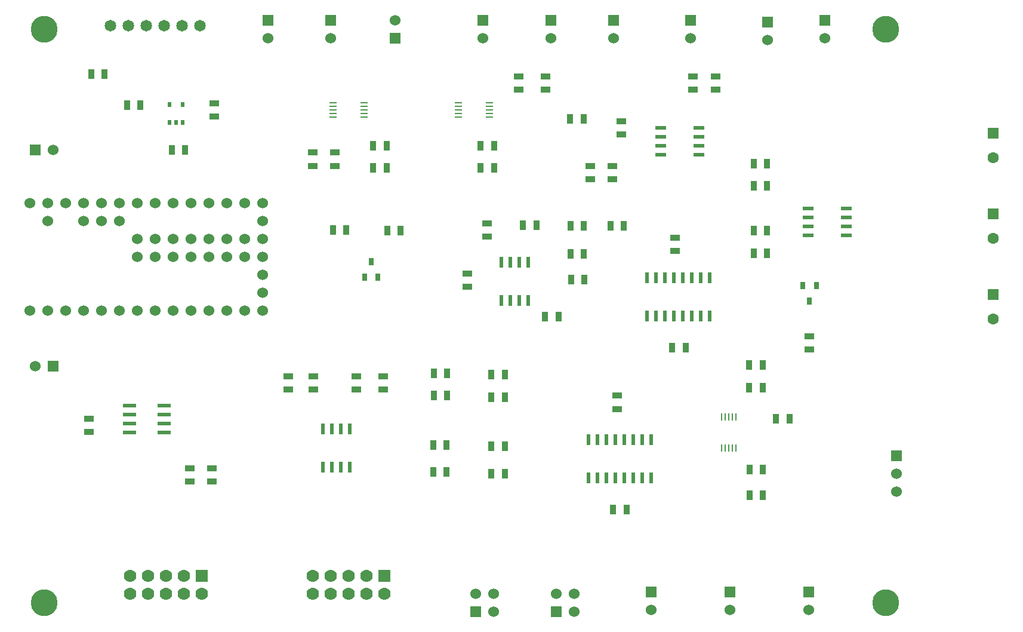
<source format=gts>
G04 (created by PCBNEW (2013-jul-07)-stable) date Mon 21 Nov 2016 11:23:47 AM PST*
%MOIN*%
G04 Gerber Fmt 3.4, Leading zero omitted, Abs format*
%FSLAX34Y34*%
G01*
G70*
G90*
G04 APERTURE LIST*
%ADD10C,0.00590551*%
%ADD11C,0.06*%
%ADD12R,0.02X0.03*%
%ADD13R,0.0315X0.0394*%
%ADD14R,0.055X0.035*%
%ADD15R,0.035X0.055*%
%ADD16R,0.06X0.06*%
%ADD17R,0.0394X0.0106*%
%ADD18C,0.065*%
%ADD19R,0.0779528X0.0208661*%
%ADD20R,0.063X0.063*%
%ADD21C,0.063*%
%ADD22R,0.023622X0.0610236*%
%ADD23R,0.0610236X0.023622*%
%ADD24R,0.07X0.07*%
%ADD25C,0.07*%
%ADD26R,0.0106X0.0394*%
%ADD27C,0.15*%
G04 APERTURE END LIST*
G54D10*
G54D11*
X20700Y-37200D03*
X21700Y-37200D03*
X22700Y-37200D03*
X23700Y-37200D03*
X24700Y-37200D03*
X25700Y-37200D03*
X26700Y-37200D03*
X27700Y-37200D03*
X28700Y-37200D03*
X29700Y-37200D03*
X30700Y-37200D03*
X31700Y-37200D03*
X32700Y-37200D03*
X33700Y-37200D03*
X33700Y-36200D03*
X33700Y-35200D03*
X33700Y-34200D03*
X33700Y-33200D03*
X33700Y-32200D03*
X33700Y-31200D03*
X32700Y-31200D03*
X31700Y-31200D03*
X30700Y-31200D03*
X29700Y-31200D03*
X28700Y-31200D03*
X27700Y-31200D03*
X26700Y-31200D03*
X25700Y-31200D03*
X24700Y-31200D03*
X23700Y-31200D03*
X22700Y-31200D03*
X21700Y-31200D03*
X20700Y-31200D03*
X26700Y-34200D03*
X27700Y-34200D03*
X28700Y-34200D03*
X29700Y-34200D03*
X30700Y-34200D03*
X31700Y-34200D03*
X32700Y-34200D03*
X32700Y-33200D03*
X31700Y-33200D03*
X30700Y-33200D03*
X29700Y-33200D03*
X28700Y-33200D03*
X27700Y-33200D03*
X26700Y-33200D03*
X25700Y-32200D03*
X24700Y-32200D03*
X23700Y-32200D03*
X21700Y-32200D03*
G54D12*
X28491Y-26698D03*
X29241Y-26698D03*
X28491Y-25698D03*
X28866Y-26698D03*
X29241Y-25698D03*
G54D13*
X39777Y-34474D03*
X40152Y-35340D03*
X39402Y-35340D03*
X64250Y-36683D03*
X63875Y-35817D03*
X64625Y-35817D03*
G54D14*
X38954Y-40873D03*
X38954Y-41623D03*
G54D15*
X43266Y-40704D03*
X44016Y-40704D03*
X60875Y-41500D03*
X61625Y-41500D03*
X61652Y-46074D03*
X60902Y-46074D03*
X60875Y-40250D03*
X61625Y-40250D03*
X61652Y-47492D03*
X60902Y-47492D03*
G54D14*
X36553Y-41623D03*
X36553Y-40873D03*
G54D15*
X43266Y-41925D03*
X44016Y-41925D03*
G54D14*
X35135Y-41623D03*
X35135Y-40873D03*
X40450Y-40873D03*
X40450Y-41623D03*
G54D15*
X57335Y-39271D03*
X56585Y-39271D03*
G54D14*
X56750Y-33875D03*
X56750Y-33125D03*
G54D15*
X54032Y-48309D03*
X53282Y-48309D03*
G54D14*
X53500Y-42699D03*
X53500Y-41949D03*
G54D15*
X62375Y-43250D03*
X63125Y-43250D03*
G54D14*
X64250Y-38625D03*
X64250Y-39375D03*
G54D15*
X51640Y-32472D03*
X50890Y-32472D03*
X51680Y-35464D03*
X50930Y-35464D03*
X48252Y-32433D03*
X49002Y-32433D03*
X51640Y-34047D03*
X50890Y-34047D03*
G54D14*
X45124Y-35128D03*
X45124Y-35878D03*
G54D15*
X41412Y-32742D03*
X40662Y-32742D03*
X38380Y-32702D03*
X37630Y-32702D03*
X49473Y-37551D03*
X50223Y-37551D03*
G54D14*
X46226Y-33083D03*
X46226Y-32333D03*
G54D15*
X53884Y-32472D03*
X53134Y-32472D03*
G54D14*
X24000Y-43225D03*
X24000Y-43975D03*
G54D15*
X24125Y-24000D03*
X24875Y-24000D03*
G54D14*
X30875Y-45999D03*
X30875Y-46749D03*
X29625Y-45999D03*
X29625Y-46749D03*
X59000Y-24875D03*
X59000Y-24125D03*
G54D15*
X61125Y-29000D03*
X61875Y-29000D03*
X61875Y-34000D03*
X61125Y-34000D03*
X61125Y-30250D03*
X61875Y-30250D03*
X61875Y-32750D03*
X61125Y-32750D03*
G54D14*
X37750Y-29125D03*
X37750Y-28375D03*
G54D15*
X39875Y-29250D03*
X40625Y-29250D03*
G54D14*
X48000Y-24875D03*
X48000Y-24125D03*
G54D15*
X45875Y-28000D03*
X46625Y-28000D03*
G54D14*
X49500Y-24875D03*
X49500Y-24125D03*
G54D15*
X45875Y-29250D03*
X46625Y-29250D03*
G54D14*
X36500Y-29125D03*
X36500Y-28375D03*
G54D15*
X50875Y-26500D03*
X51625Y-26500D03*
G54D14*
X53750Y-26625D03*
X53750Y-27375D03*
X52000Y-29125D03*
X52000Y-29875D03*
X57750Y-24875D03*
X57750Y-24125D03*
X53250Y-29125D03*
X53250Y-29875D03*
G54D15*
X46477Y-46320D03*
X47227Y-46320D03*
X46477Y-44785D03*
X47227Y-44785D03*
X43227Y-46198D03*
X43977Y-46198D03*
X39875Y-28000D03*
X40625Y-28000D03*
X26125Y-25750D03*
X26875Y-25750D03*
G54D14*
X31000Y-26375D03*
X31000Y-25625D03*
G54D15*
X28625Y-28250D03*
X29375Y-28250D03*
X46477Y-40789D03*
X47227Y-40789D03*
X43227Y-44702D03*
X43977Y-44702D03*
X46477Y-42049D03*
X47227Y-42049D03*
G54D16*
X69100Y-45300D03*
G54D11*
X69100Y-46300D03*
X69100Y-47300D03*
G54D16*
X50100Y-54000D03*
G54D11*
X50100Y-53000D03*
X51100Y-54000D03*
X51100Y-53000D03*
G54D16*
X45600Y-54000D03*
G54D11*
X45600Y-53000D03*
X46600Y-54000D03*
X46600Y-53000D03*
G54D16*
X46000Y-21000D03*
G54D11*
X46000Y-22000D03*
G54D16*
X41100Y-22000D03*
G54D11*
X41100Y-21000D03*
G54D16*
X22000Y-40300D03*
G54D11*
X21000Y-40300D03*
G54D16*
X49800Y-21000D03*
G54D11*
X49800Y-22000D03*
G54D16*
X21000Y-28250D03*
G54D11*
X22000Y-28250D03*
G54D16*
X53300Y-21000D03*
G54D11*
X53300Y-22000D03*
G54D16*
X57600Y-21000D03*
G54D11*
X57600Y-22000D03*
G54D16*
X55400Y-52900D03*
G54D11*
X55400Y-53900D03*
G54D16*
X61900Y-21100D03*
G54D11*
X61900Y-22100D03*
G54D16*
X64200Y-52900D03*
G54D11*
X64200Y-53900D03*
G54D16*
X59800Y-52900D03*
G54D11*
X59800Y-53900D03*
G54D16*
X65100Y-21000D03*
G54D11*
X65100Y-22000D03*
G54D16*
X37500Y-21000D03*
G54D11*
X37500Y-22000D03*
G54D16*
X34000Y-21000D03*
G54D11*
X34000Y-22000D03*
G54D17*
X44625Y-25600D03*
X44625Y-25800D03*
X44625Y-26000D03*
X44625Y-26200D03*
X44625Y-26400D03*
X46375Y-26400D03*
X46375Y-26200D03*
X46375Y-26000D03*
X46375Y-25800D03*
X46375Y-25600D03*
X37625Y-25600D03*
X37625Y-25800D03*
X37625Y-26000D03*
X37625Y-26200D03*
X37625Y-26400D03*
X39375Y-26400D03*
X39375Y-26200D03*
X39375Y-26000D03*
X39375Y-25800D03*
X39375Y-25600D03*
G54D18*
X25200Y-21300D03*
X26200Y-21300D03*
X27200Y-21300D03*
X28200Y-21300D03*
X29200Y-21300D03*
X30200Y-21300D03*
G54D19*
X26279Y-42500D03*
X26279Y-43000D03*
X26279Y-43500D03*
X26279Y-44000D03*
X28220Y-44000D03*
X28220Y-43500D03*
X28220Y-43000D03*
X28220Y-42500D03*
G54D20*
X74500Y-27311D03*
G54D21*
X74500Y-28689D03*
G54D20*
X74500Y-31811D03*
G54D21*
X74500Y-33189D03*
G54D20*
X74500Y-36311D03*
G54D21*
X74500Y-37689D03*
G54D22*
X37062Y-45933D03*
X37562Y-45933D03*
X38062Y-45933D03*
X38562Y-45933D03*
X38562Y-43807D03*
X38062Y-43807D03*
X37562Y-43807D03*
X37062Y-43807D03*
G54D23*
X55948Y-27000D03*
X55948Y-27500D03*
X55948Y-28000D03*
X55948Y-28500D03*
X58074Y-28500D03*
X58074Y-28000D03*
X58074Y-27500D03*
X58074Y-27000D03*
X66312Y-33000D03*
X66312Y-32500D03*
X66312Y-32000D03*
X66312Y-31500D03*
X64187Y-31500D03*
X64187Y-32000D03*
X64187Y-32500D03*
X64187Y-33000D03*
G54D22*
X48551Y-34519D03*
X48051Y-34519D03*
X47551Y-34519D03*
X47051Y-34519D03*
X47051Y-36645D03*
X47551Y-36645D03*
X48051Y-36645D03*
X48551Y-36645D03*
G54D24*
X30300Y-52000D03*
G54D25*
X30300Y-53000D03*
X29300Y-52000D03*
X29300Y-53000D03*
X28300Y-52000D03*
X28300Y-53000D03*
X27300Y-52000D03*
X27300Y-53000D03*
X26300Y-52000D03*
X26300Y-53000D03*
G54D24*
X40500Y-52000D03*
G54D25*
X40500Y-53000D03*
X39500Y-52000D03*
X39500Y-53000D03*
X38500Y-52000D03*
X38500Y-53000D03*
X37500Y-52000D03*
X37500Y-53000D03*
X36500Y-52000D03*
X36500Y-53000D03*
G54D22*
X51907Y-46537D03*
X52407Y-46537D03*
X52907Y-46537D03*
X53407Y-46537D03*
X53407Y-44411D03*
X52907Y-44411D03*
X52407Y-44411D03*
X51907Y-44411D03*
X53907Y-46537D03*
X54407Y-46537D03*
X54907Y-46537D03*
X55407Y-46537D03*
X54407Y-44411D03*
X54907Y-44411D03*
X55407Y-44411D03*
X53907Y-44411D03*
X55171Y-37500D03*
X55671Y-37500D03*
X56171Y-37500D03*
X56671Y-37500D03*
X56671Y-35374D03*
X56171Y-35374D03*
X55671Y-35374D03*
X55171Y-35374D03*
X57171Y-37500D03*
X57671Y-37500D03*
X58171Y-37500D03*
X58671Y-37500D03*
X57671Y-35374D03*
X58171Y-35374D03*
X58671Y-35374D03*
X57171Y-35374D03*
G54D26*
X59350Y-44875D03*
X59550Y-44875D03*
X59750Y-44875D03*
X59950Y-44875D03*
X60150Y-44875D03*
X60150Y-43125D03*
X59950Y-43125D03*
X59750Y-43125D03*
X59550Y-43125D03*
X59350Y-43125D03*
G54D27*
X68500Y-53500D03*
X21500Y-53500D03*
X21500Y-21500D03*
X68500Y-21500D03*
M02*

</source>
